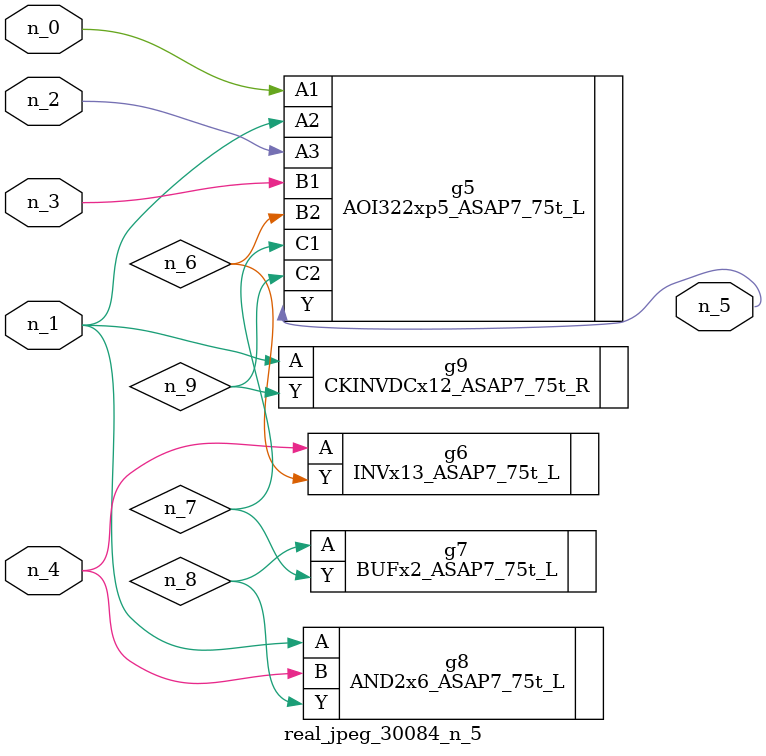
<source format=v>
module real_jpeg_30084_n_5 (n_4, n_0, n_1, n_2, n_3, n_5);

input n_4;
input n_0;
input n_1;
input n_2;
input n_3;

output n_5;

wire n_8;
wire n_6;
wire n_7;
wire n_9;

AOI322xp5_ASAP7_75t_L g5 ( 
.A1(n_0),
.A2(n_1),
.A3(n_2),
.B1(n_3),
.B2(n_6),
.C1(n_7),
.C2(n_9),
.Y(n_5)
);

AND2x6_ASAP7_75t_L g8 ( 
.A(n_1),
.B(n_4),
.Y(n_8)
);

CKINVDCx12_ASAP7_75t_R g9 ( 
.A(n_1),
.Y(n_9)
);

INVx13_ASAP7_75t_L g6 ( 
.A(n_4),
.Y(n_6)
);

BUFx2_ASAP7_75t_L g7 ( 
.A(n_8),
.Y(n_7)
);


endmodule
</source>
